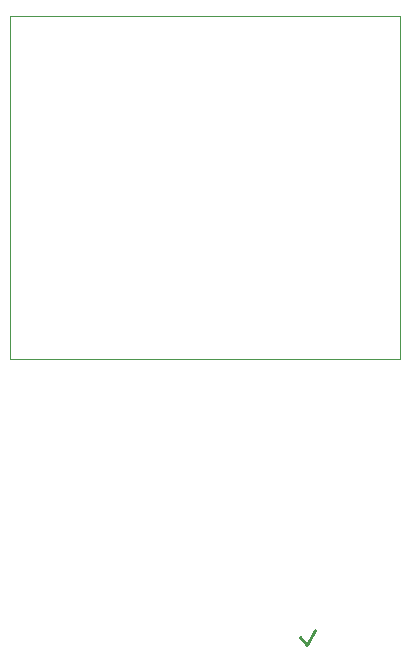
<source format=gko>
G04*
G04  File:            CL_INTERFACE_8PIN_ADAPTER_(PCAD2006).GKO, Thu Oct 24 18:45:35 2019*
G04  Source:          P-CAD 2006 PCB, Version 19.02.958, (D:\retrocomputing\CL-interface\git\usb-current-loop-converter\pcb\cl_interface_8pin_adapter_(pcad2006).pcb)*
G04  Format:          Gerber Format (RS-274-D), ASCII*
G04*
G04  Format Options:  Absolute Positioning*
G04                   Leading-Zero Suppression*
G04                   Scale Factor 1:1*
G04                   NO Circular Interpolation*
G04                   Millimeter Units*
G04                   Numeric Format: 5.3 (XXXXX.XXX)*
G04                   G54 NOT Used for Aperture Change*
G04                   Apertures Embedded*
G04*
G04  File Options:    Offset = (0.000mm,0.000mm)*
G04                   Drill Symbol Size = 2.032mm*
G04                   No Pad/Via Holes*
G04*
G04  File Contents:   No Pads*
G04                   No Vias*
G04                   No Designators*
G04                   No Types*
G04                   No Values*
G04                   No Drill Symbols*
G04                   Board*
G04*
%INCL_INTERFACE_8PIN_ADAPTER_(PCAD2006).GKO*%
%ICAS*%
%MOMM*%
G04*
G04  Aperture MACROs for general use --- invoked via D-code assignment *
G04*
G04  General MACRO for flashed round with rotation and/or offset hole *
%AMROTOFFROUND*
1,1,$1,0.0000,0.0000*
1,0,$2,$3,$4*%
G04*
G04  General MACRO for flashed oval (obround) with rotation and/or offset hole *
%AMROTOFFOVAL*
21,1,$1,$2,0.0000,0.0000,$3*
1,1,$4,$5,$6*
1,1,$4,0-$5,0-$6*
1,0,$7,$8,$9*%
G04*
G04  General MACRO for flashed oval (obround) with rotation and no hole *
%AMROTOVALNOHOLE*
21,1,$1,$2,0.0000,0.0000,$3*
1,1,$4,$5,$6*
1,1,$4,0-$5,0-$6*%
G04*
G04  General MACRO for flashed rectangle with rotation and/or offset hole *
%AMROTOFFRECT*
21,1,$1,$2,0.0000,0.0000,$3*
1,0,$4,$5,$6*%
G04*
G04  General MACRO for flashed rectangle with rotation and no hole *
%AMROTRECTNOHOLE*
21,1,$1,$2,0.0000,0.0000,$3*%
G04*
G04  General MACRO for flashed rounded-rectangle *
%AMROUNDRECT*
21,1,$1,$2-$4,0.0000,0.0000,$3*
21,1,$1-$4,$2,0.0000,0.0000,$3*
1,1,$4,$5,$6*
1,1,$4,$7,$8*
1,1,$4,0-$5,0-$6*
1,1,$4,0-$7,0-$8*
1,0,$9,$10,$11*%
G04*
G04  General MACRO for flashed rounded-rectangle with rotation and no hole *
%AMROUNDRECTNOHOLE*
21,1,$1,$2-$4,0.0000,0.0000,$3*
21,1,$1-$4,$2,0.0000,0.0000,$3*
1,1,$4,$5,$6*
1,1,$4,$7,$8*
1,1,$4,0-$5,0-$6*
1,1,$4,0-$7,0-$8*%
G04*
G04  General MACRO for flashed regular polygon *
%AMREGPOLY*
5,1,$1,0.0000,0.0000,$2,$3+$4*
1,0,$5,$6,$7*%
G04*
G04  General MACRO for flashed regular polygon with no hole *
%AMREGPOLYNOHOLE*
5,1,$1,0.0000,0.0000,$2,$3+$4*%
G04*
G04  General MACRO for target *
%AMTARGET*
6,0,0,$1,$2,$3,4,$4,$5,$6*%
G04*
G04  General MACRO for mounting hole *
%AMMTHOLE*
1,1,$1,0,0*
1,0,$2,0,0*
$1=$1-$2*
$1=$1/2*
21,1,$2+$1,$3,0,0,$4*
21,1,$3,$2+$1,0,0,$4*%
G04*
G04*
G04  D10 : "Ellipse X0.254mm Y0.254mm H0.000mm 0.0deg (0.000mm,0.000mm) Draw"*
G04  Disc: OuterDia=0.2540*
%ADD10C, 0.2540*%
G04  D11 : "Ellipse X0.300mm Y0.300mm H0.000mm 0.0deg (0.000mm,0.000mm) Draw"*
G04  Disc: OuterDia=0.3000*
%ADD11C, 0.3000*%
G04  D12 : "Ellipse X0.400mm Y0.400mm H0.000mm 0.0deg (0.000mm,0.000mm) Draw"*
G04  Disc: OuterDia=0.4000*
%ADD12C, 0.4000*%
G04  D13 : "Ellipse X0.500mm Y0.500mm H0.000mm 0.0deg (0.000mm,0.000mm) Draw"*
G04  Disc: OuterDia=0.5000*
%ADD13C, 0.5000*%
G04  D14 : "Ellipse X0.050mm Y0.050mm H0.000mm 0.0deg (0.000mm,0.000mm) Draw"*
G04  Disc: OuterDia=0.0500*
%ADD14C, 0.0500*%
G04  D15 : "Ellipse X0.100mm Y0.100mm H0.000mm 0.0deg (0.000mm,0.000mm) Draw"*
G04  Disc: OuterDia=0.1000*
%ADD15C, 0.1000*%
G04  D16 : "Ellipse X0.800mm Y0.800mm H0.000mm 0.0deg (0.000mm,0.000mm) Draw"*
G04  Disc: OuterDia=0.8000*
%ADD16C, 0.8000*%
G04  D17 : "Ellipse X1.000mm Y1.000mm H0.000mm 0.0deg (0.000mm,0.000mm) Draw"*
G04  Disc: OuterDia=1.0000*
%ADD17C, 1.0000*%
G04  D18 : "Ellipse X0.130mm Y0.130mm H0.000mm 0.0deg (0.000mm,0.000mm) Draw"*
G04  Disc: OuterDia=0.1300*
%ADD18C, 0.1300*%
G04  D19 : "Ellipse X0.167mm Y0.167mm H0.000mm 0.0deg (0.000mm,0.000mm) Draw"*
G04  Disc: OuterDia=0.1670*
%ADD19C, 0.1670*%
G04  D20 : "Ellipse X0.170mm Y0.170mm H0.000mm 0.0deg (0.000mm,0.000mm) Draw"*
G04  Disc: OuterDia=0.1700*
%ADD20C, 0.1700*%
G04  D21 : "Ellipse X0.200mm Y0.200mm H0.000mm 0.0deg (0.000mm,0.000mm) Draw"*
G04  Disc: OuterDia=0.2000*
%ADD21C, 0.2000*%
G04  D22 : "Ellipse X0.250mm Y0.250mm H0.000mm 0.0deg (0.000mm,0.000mm) Draw"*
G04  Disc: OuterDia=0.2500*
%ADD22C, 0.2500*%
G04  D23 : "Ellipse X2.881mm Y2.881mm H0.000mm 0.0deg (0.000mm,0.000mm) Flash"*
G04  Disc: OuterDia=2.8810*
%ADD23C, 2.8810*%
G04  D24 : "Ellipse X0.800mm Y0.800mm H0.000mm 0.0deg (0.000mm,0.000mm) Flash"*
G04  Disc: OuterDia=0.8000*
%ADD24C, 0.8000*%
G04  D25 : "Ellipse X1.000mm Y1.000mm H0.000mm 0.0deg (0.000mm,0.000mm) Flash"*
G04  Disc: OuterDia=1.0000*
%ADD25C, 1.0000*%
G04  D26 : "Ellipse X1.500mm Y1.500mm H0.000mm 0.0deg (0.000mm,0.000mm) Flash"*
G04  Disc: OuterDia=1.5000*
%ADD26C, 1.5000*%
G04  D27 : "Ellipse X1.800mm Y1.800mm H0.000mm 0.0deg (0.000mm,0.000mm) Flash"*
G04  Disc: OuterDia=1.8000*
%ADD27C, 1.8000*%
G04  D28 : "Ellipse X1.881mm Y1.881mm H0.000mm 0.0deg (0.000mm,0.000mm) Flash"*
G04  Disc: OuterDia=1.8810*
%ADD28C, 1.8810*%
G04  D29 : "Ellipse X2.181mm Y2.181mm H0.000mm 0.0deg (0.000mm,0.000mm) Flash"*
G04  Disc: OuterDia=2.1810*
%ADD29C, 2.1810*%
G04  D30 : "Mounting Hole X2.500mm Y2.500mm H0.000mm 0.0deg (0.000mm,0.000mm) Flash"*
G04  Mounting Hole: Diameter=2.5000, Rotation=0.0, LineWidth=0.1270 *
%ADD30MTHOLE, 2.5000 X1.9920 X0.1270 X0.0*%
G04  D31 : "Rounded Rectangle X1.500mm Y8.500mm H0.000mm 0.0deg (0.000mm,0.000mm) Flash"*
G04  RoundRct: DimX=1.5000, DimY=8.5000, CornerRad=0.3750, Rotation=0.0, OffsetX=0.0000, OffsetY=0.0000, HoleDia=0.0000 *
%ADD31ROUNDRECTNOHOLE, 1.5000 X8.5000 X0.0 X0.7500 X-0.3750 X-3.8750 X-0.3750 X3.8750*%
G04  D32 : "Rounded Rectangle X1.881mm Y8.881mm H0.000mm 0.0deg (0.000mm,0.000mm) Flash"*
G04  RoundRct: DimX=1.8810, DimY=8.8810, CornerRad=0.4703, Rotation=0.0, OffsetX=0.0000, OffsetY=0.0000, HoleDia=0.0000 *
%ADD32ROUNDRECTNOHOLE, 1.8810 X8.8810 X0.0 X0.9405 X-0.4703 X-3.9703 X-0.4703 X3.9703*%
G04  D33 : "Rounded Rectangle X1.500mm Y1.500mm H0.000mm 0.0deg (0.000mm,0.000mm) Flash"*
G04  RoundRct: DimX=1.5000, DimY=1.5000, CornerRad=0.3750, Rotation=0.0, OffsetX=0.0000, OffsetY=0.0000, HoleDia=0.0000 *
%ADD33ROUNDRECTNOHOLE, 1.5000 X1.5000 X0.0 X0.7500 X-0.3750 X-0.3750 X-0.3750 X0.3750*%
G04  D34 : "Rounded Rectangle X1.800mm Y1.800mm H0.000mm 0.0deg (0.000mm,0.000mm) Flash"*
G04  RoundRct: DimX=1.8000, DimY=1.8000, CornerRad=0.4500, Rotation=0.0, OffsetX=0.0000, OffsetY=0.0000, HoleDia=0.0000 *
%ADD34ROUNDRECTNOHOLE, 1.8000 X1.8000 X0.0 X0.9000 X-0.4500 X-0.4500 X-0.4500 X0.4500*%
G04  D35 : "Rounded Rectangle X1.881mm Y1.881mm H0.000mm 0.0deg (0.000mm,0.000mm) Flash"*
G04  RoundRct: DimX=1.8810, DimY=1.8810, CornerRad=0.4703, Rotation=0.0, OffsetX=0.0000, OffsetY=0.0000, HoleDia=0.0000 *
%ADD35ROUNDRECTNOHOLE, 1.8810 X1.8810 X0.0 X0.9405 X-0.4703 X-0.4703 X-0.4703 X0.4703*%
G04  D36 : "Rounded Rectangle X2.181mm Y2.181mm H0.000mm 0.0deg (0.000mm,0.000mm) Flash"*
G04  RoundRct: DimX=2.1810, DimY=2.1810, CornerRad=0.5453, Rotation=0.0, OffsetX=0.0000, OffsetY=0.0000, HoleDia=0.0000 *
%ADD36ROUNDRECTNOHOLE, 2.1810 X2.1810 X0.0 X1.0905 X-0.5453 X-0.5453 X-0.5453 X0.5453*%
G04  D37 : "Ellipse X0.500mm Y0.500mm H0.000mm 0.0deg (0.000mm,0.000mm) Flash"*
G04  Disc: OuterDia=0.5000*
%ADD37C, 0.5000*%
G04*
%FSLAX53Y53*%
%SFA1B1*%
%OFA0.000B0.000*%
G04*
G71*
G90*
G01*
D2*
%LNBoard*%
D22*
X122487Y172185*
X123122Y171550D1*
X123757Y172820*
D2*
D15*
X98000Y224750*
Y195750D1*
X131000Y224750D2*
Y195750D1*
X98000D2*
X131000D1*
X98000Y224750D2*
X131000D1*
D02M02*

</source>
